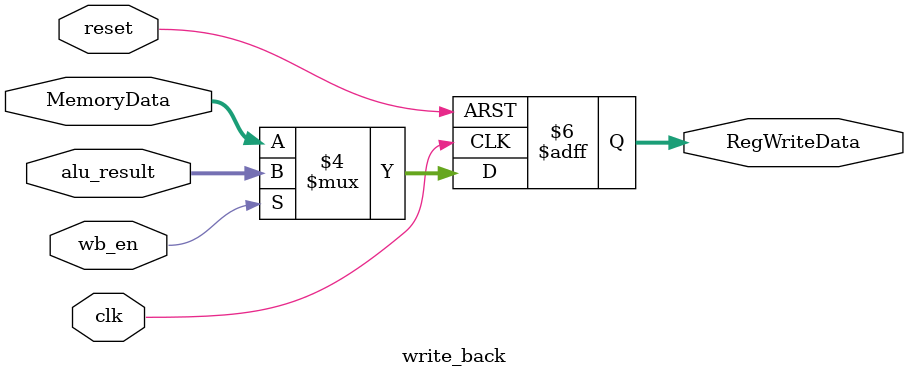
<source format=v>
`timescale 1ns / 1ps


module write_back(

      input [31:0]alu_result,
      input [31:0]MemoryData,
      input wb_en,
      input clk,
      input reset,
      output reg [31:0] RegWriteData
    );
    
      always @(posedge clk or negedge reset) 
      begin
        if (~reset) 
              RegWriteData <= 32'h0;
        else 
        begin
            if (wb_en)        
               RegWriteData <= alu_result;
            else 
               RegWriteData <= MemoryData;
          end
        end
endmodule

</source>
